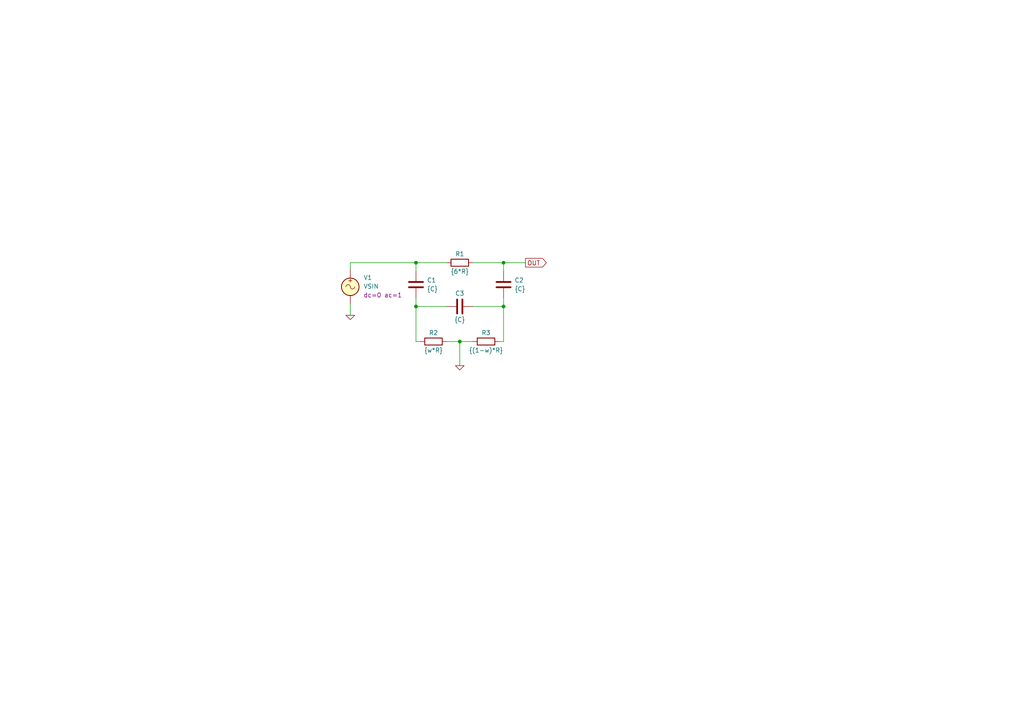
<source format=kicad_sch>
(kicad_sch (version 20250114) (generator "eeschema") (generator_version "9.0")
  (paper "A4")
  (lib_symbols
    (symbol "Device:C" (pin_numbers (hide yes)) (pin_names (offset 0.254))
      (property "Reference" "C" (at 0.635 2.54 0))
      (property "Value" "C" (at 0.635 -2.54 0))
      (symbol "C_0_1"
        (polyline (pts (xy -2.032 0.762) (xy 2.032 0.762)) (stroke (width 0.508)))
        (polyline (pts (xy -2.032 -0.762) (xy 2.032 -0.762)) (stroke (width 0.508)))
      )
      (symbol "C_1_1"
        (pin passive line (at 0 3.81 270) (length 2.794) (name "~") (number "1"))
        (pin passive line (at 0 -3.81 90) (length 2.794) (name "~") (number "2"))
      )
    )
    (symbol "Device:R" (pin_numbers (hide yes)) (pin_names (offset 0))
      (property "Reference" "R" (at 2.032 0 90))
      (property "Value" "R" (at 0 0 90))
      (symbol "R_0_1"
        (rectangle (start -1.016 -2.54) (end 1.016 2.54) (stroke (width 0.254)))
      )
      (symbol "R_1_1"
        (pin passive line (at 0 3.81 270) (length 1.27) (name "~") (number "1"))
        (pin passive line (at 0 -3.81 90) (length 1.27) (name "~") (number "2"))
      )
    )
    (symbol "Simulation_SPICE:0" (power) (pin_numbers (hide yes)) (pin_names (offset 0) (hide yes))
      (property "Value" "0" (at 0 -2.54 0))
      (symbol "0_0_1"
        (polyline (pts (xy -1.27 0) (xy 0 -1.27) (xy 1.27 0) (xy -1.27 0)))
      )
      (symbol "0_1_1"
        (pin power_in line (at 0 0 0) (length 0) (name "~") (number "1"))
      )
    )
    (symbol "Simulation_SPICE:VSIN" (pin_numbers (hide yes)) (pin_names (offset 0.0254))
      (property "Reference" "V" (at 2.54 2.54 0))
      (property "Value" "VSIN" (at 2.54 0 0))
      (property "Sim.Params" "dc=0 ampl=1 f=1k ac=1" (at 2.54 -2.54 0))
      (symbol "VSIN_0_0"
        (arc (start -1.27 0) (mid -0.635 0.6323) (end 0 0))
        (arc (start 1.27 0) (mid 0.635 -0.6323) (end 0 0))
        (text "+" (at 0 1.905 0) (effects (font (size 1.27 1.27))))
      )
      (symbol "VSIN_0_1"
        (circle (center 0 0) (radius 2.54) (stroke (width 0.254)) (fill (type background)))
      )
      (symbol "VSIN_1_1"
        (pin passive line (at 0 5.08 270) (length 2.54) (name "~") (number "1"))
        (pin passive line (at 0 -5.08 90) (length 2.54) (name "~") (number "2"))
      )
    )
  )
  (junction (at 120.65 76.2))
  (junction (at 146.05 76.2))
  (junction (at 133.35 99.06))
  (junction (at 120.65 88.9))
  (junction (at 146.05 88.9))
  (wire (pts (xy 146.05 76.2) (xy 146.05 78.74)))
  (wire (pts (xy 137.16 76.2) (xy 146.05 76.2)))
  (wire (pts (xy 146.05 88.9) (xy 146.05 86.36)))
  (wire (pts (xy 120.65 88.9) (xy 120.65 86.36)))
  (wire (pts (xy 120.65 99.06) (xy 120.65 88.9)))
  (wire (pts (xy 101.6 76.2) (xy 101.6 78.105)))
  (wire (pts (xy 101.6 76.2) (xy 120.65 76.2)))
  (wire (pts (xy 129.54 99.06) (xy 133.35 99.06)))
  (wire (pts (xy 146.05 99.06) (xy 146.05 88.9)))
  (wire (pts (xy 144.78 99.06) (xy 146.05 99.06)))
  (wire (pts (xy 133.35 99.06) (xy 137.16 99.06)))
  (wire (pts (xy 120.65 88.9) (xy 129.54 88.9)))
  (wire (pts (xy 146.05 76.2) (xy 152.4 76.2)))
  (wire (pts (xy 129.54 76.2) (xy 120.65 76.2)))
  (wire (pts (xy 133.35 99.06) (xy 133.35 106.045)))
  (wire (pts (xy 121.92 99.06) (xy 120.65 99.06)))
  (wire (pts (xy 101.6 88.265) (xy 101.6 91.44)))
  (wire (pts (xy 120.65 76.2) (xy 120.65 78.74)))
  (wire (pts (xy 137.16 88.9) (xy 146.05 88.9)))
  (global_label "OUT" (shape output) (at 152.4 76.2 0) (property "Intersheetrefs" "${INTERSHEET_REFS}" (effects (hide yes))))
  (symbol (lib_id "Device:R") (at 140.97 99.06 90) (unit 1)
    (property "Reference" "R3" (at 140.97 96.52 90))
    (property "Value" "{(1-w)*R}" (at 140.97 101.6 90))
    (property "Description" "Resistor" (effects (hide yes)))
  )
  (symbol (lib_id "Simulation_SPICE:0") (at 101.6 91.44 0) (unit 1)
    (property "Reference" "#GND01" (effects (hide yes)))
    (property "Value" "0" (effects (hide yes)))
    (property "Datasheet" "https://ngspice.sourceforge.io/docs/ngspice-html-manual/manual.xhtml#subsec_Circuit_elements__device" (effects (hide yes)))
    (property "Description" "0V reference potential for simulation" (effects (hide yes)))
  )
  (symbol (lib_id "Simulation_SPICE:0") (at 133.35 106.045 0) (unit 1)
    (property "Reference" "#GND02" (effects (hide yes)))
    (property "Value" "0" (effects (hide yes)))
    (property "Datasheet" "https://ngspice.sourceforge.io/docs/ngspice-html-manual/manual.xhtml#subsec_Circuit_elements__device" (effects (hide yes)))
    (property "Description" "0V reference potential for simulation" (effects (hide yes)))
  )
  (symbol (lib_id "Device:R") (at 133.35 76.2 90) (unit 1)
    (property "Reference" "R1" (at 133.35 73.66 90))
    (property "Value" "{6*R}" (at 133.35 78.74 90))
    (property "Description" "Resistor" (effects (hide yes)))
  )
  (symbol (lib_id "Simulation_SPICE:VSIN") (at 101.6 83.185 0) (unit 1)
    (property "Reference" "V1" (at 105.41 80.5151 0) (effects (justify left)))
    (property "Value" "VSIN" (at 105.41 83.0551 0) (effects (justify left)))
    (property "Datasheet" "https://ngspice.sourceforge.io/docs/ngspice-html-manual/manual.xhtml#sec_Independent_Sources_for" (effects (hide yes)))
    (property "Description" "Voltage source, sinusoidal" (effects (hide yes)))
    (property "Sim.Pins" "1=+ 2=-" (effects (hide yes)))
    (property "Sim.Params" "dc=0 ac=1" (at 105.41 85.5951 0) (effects (justify left)))
    (property "Sim.Type" "SIN" (effects (hide yes)))
    (property "Sim.Device" "V" (effects (hide yes)))
  )
  (symbol (lib_id "Device:C") (at 146.05 82.55 0) (unit 1)
    (property "Reference" "C2" (at 149.225 81.28 0) (effects (justify left)))
    (property "Value" "{C}" (at 149.225 83.82 0) (effects (justify left)))
    (property "Description" "Unpolarized capacitor" (effects (hide yes)))
  )
  (symbol (lib_id "Device:R") (at 125.73 99.06 90) (unit 1)
    (property "Reference" "R2" (at 125.73 96.52 90))
    (property "Value" "{w*R}" (at 125.73 101.6 90))
    (property "Description" "Resistor" (effects (hide yes)))
  )
  (symbol (lib_id "Device:C") (at 133.35 88.9 90) (unit 1)
    (property "Reference" "C3" (at 133.35 85.09 90))
    (property "Value" "{C}" (at 133.35 92.71 90))
    (property "Description" "Unpolarized capacitor" (effects (hide yes)))
  )
  (symbol (lib_id "Device:C") (at 120.65 82.55 0) (unit 1)
    (property "Reference" "C1" (at 123.825 81.28 0) (effects (justify left)))
    (property "Value" "{C}" (at 123.825 83.82 0) (effects (justify left)))
    (property "Description" "Unpolarized capacitor" (effects (hide yes)))
  )
)
</source>
